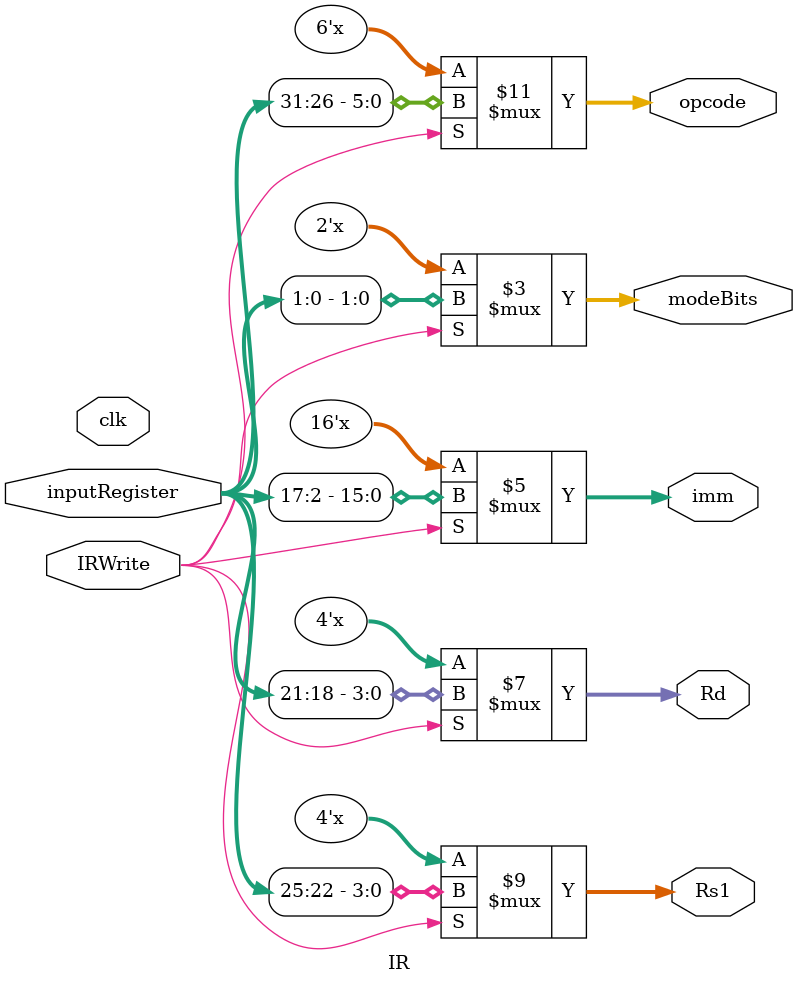
<source format=v>
module IR(
    input wire clk,
    input wire IRWrite,
    input wire [31:0] inputRegister,  // The input register
    output reg [5:0] opcode,    // 0:5
    output reg [3:0] Rs1,       
    output reg [3:0] Rd,        
    output reg [15:0] imm,      
    output reg [1:0] modeBits    
);

always @* begin
    if (IRWrite == 1'b1) begin
        opcode <= inputRegister[31:26];
        Rs1 <= inputRegister[25:22];
        Rd <= inputRegister[21:18];
        imm <= inputRegister[17:2];
        modeBits <= inputRegister[1:0];
    end
end

endmodule

</source>
